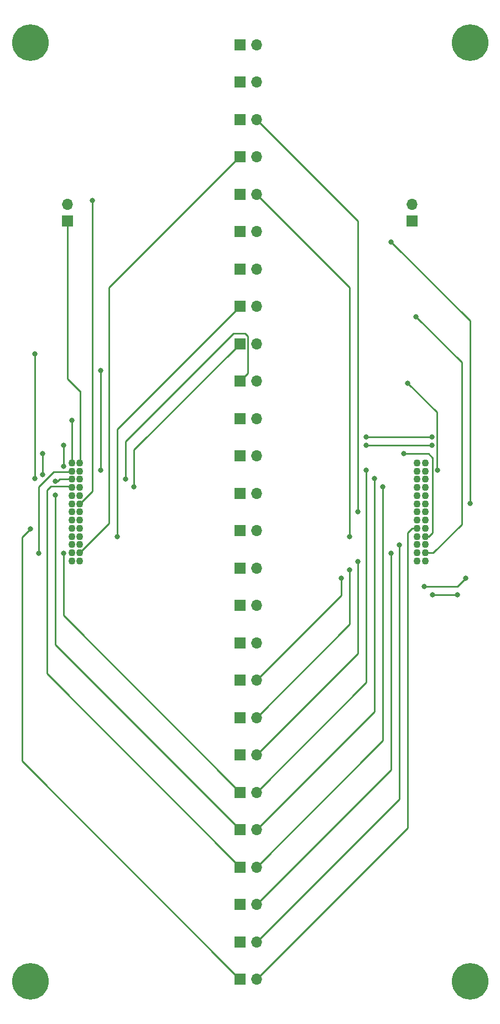
<source format=gbr>
%TF.GenerationSoftware,KiCad,Pcbnew,(6.0.4-0)*%
%TF.CreationDate,2023-02-13T20:03:00-06:00*%
%TF.ProjectId,Gecko_Poker,4765636b-6f5f-4506-9f6b-65722e6b6963,rev?*%
%TF.SameCoordinates,Original*%
%TF.FileFunction,Copper,L2,Bot*%
%TF.FilePolarity,Positive*%
%FSLAX46Y46*%
G04 Gerber Fmt 4.6, Leading zero omitted, Abs format (unit mm)*
G04 Created by KiCad (PCBNEW (6.0.4-0)) date 2023-02-13 20:03:00*
%MOMM*%
%LPD*%
G01*
G04 APERTURE LIST*
%TA.AperFunction,ComponentPad*%
%ADD10R,1.700000X1.700000*%
%TD*%
%TA.AperFunction,ComponentPad*%
%ADD11O,1.700000X1.700000*%
%TD*%
%TA.AperFunction,ComponentPad*%
%ADD12C,1.100000*%
%TD*%
%TA.AperFunction,ConnectorPad*%
%ADD13C,5.600000*%
%TD*%
%TA.AperFunction,ComponentPad*%
%ADD14C,3.600000*%
%TD*%
%TA.AperFunction,ViaPad*%
%ADD15C,0.800000*%
%TD*%
%TA.AperFunction,Conductor*%
%ADD16C,0.250000*%
%TD*%
G04 APERTURE END LIST*
D10*
%TO.P,J20,1,Pin_1*%
%TO.N,CP_A*%
X77825000Y-67627500D03*
D11*
%TO.P,J20,2,Pin_2*%
%TO.N,CP_B*%
X80365000Y-67627500D03*
%TD*%
D10*
%TO.P,J11,1,Pin_1*%
%TO.N,CELL_11_A*%
X77825000Y-119062500D03*
D11*
%TO.P,J11,2,Pin_2*%
%TO.N,CELL_11_B*%
X80365000Y-119062500D03*
%TD*%
D10*
%TO.P,J15,1,Pin_1*%
%TO.N,CELL_15_A*%
X77825000Y-96202500D03*
D11*
%TO.P,J15,2,Pin_2*%
%TO.N,CELL_15_B*%
X80365000Y-96202500D03*
%TD*%
D12*
%TO.P,JB1,1,1*%
%TO.N,CP_B*%
X104922500Y-97275000D03*
%TO.P,JB1,2,2*%
%TO.N,CELL_6_B*%
X104922500Y-98525000D03*
%TO.P,JB1,3,3*%
%TO.N,CELL_5_B*%
X104922500Y-99775000D03*
%TO.P,JB1,4,4*%
%TO.N,CELL_4_B*%
X104922500Y-101025000D03*
%TO.P,JB1,5,5*%
%TO.N,CELL_16_B*%
X104922500Y-102275000D03*
%TO.P,JB1,6,6*%
%TO.N,CELL_15_B*%
X104922500Y-103525000D03*
%TO.P,JB1,7,7*%
%TO.N,ALERT3_B*%
X104922500Y-104775000D03*
%TO.P,JB1,8,8*%
%TO.N,CELL_14_B*%
X104922500Y-106025000D03*
%TO.P,JB1,9,9*%
%TO.N,CELL_1_B*%
X104922500Y-107275000D03*
%TO.P,JB1,10,10*%
%TO.N,ALERT1_B*%
X104922500Y-108525000D03*
%TO.P,JB1,11,11*%
%TO.N,CELL_2_B*%
X104922500Y-109775000D03*
%TO.P,JB1,12,12*%
%TO.N,CELL_3_B*%
X104922500Y-111025000D03*
%TO.P,JB1,13,13*%
%TO.N,CELL_7_B*%
X104922500Y-112275000D03*
%TO.P,JB1,14,14*%
%TO.N,VDD_B*%
X106172500Y-97275000D03*
%TO.P,JB1,15,15*%
%TO.N,SDA_B*%
X106172500Y-98525000D03*
%TO.P,JB1,16,16*%
%TO.N,CELL_17_B*%
X106172500Y-99775000D03*
%TO.P,JB1,17,17*%
%TO.N,CELL_18_B*%
X106172500Y-101025000D03*
%TO.P,JB1,18,18*%
%TO.N,CELL_13_B*%
X106172500Y-102275000D03*
%TO.P,JB1,19,19*%
%TO.N,GND_B*%
X106172500Y-103525000D03*
%TO.P,JB1,20,20*%
%TO.N,CELL_12_B*%
X106172500Y-104775000D03*
%TO.P,JB1,21,21*%
%TO.N,CELL_11_B*%
X106172500Y-106025000D03*
%TO.P,JB1,22,22*%
%TO.N,CELL_10_B*%
X106172500Y-107275000D03*
%TO.P,JB1,23,23*%
%TO.N,SCL_B*%
X106172500Y-108525000D03*
%TO.P,JB1,24,24*%
%TO.N,CELL_9_B*%
X106172500Y-109775000D03*
%TO.P,JB1,25,25*%
%TO.N,ALERT2_B*%
X106172500Y-111025000D03*
%TO.P,JB1,26,26*%
%TO.N,CELL_8_B*%
X106172500Y-112275000D03*
%TD*%
D10*
%TO.P,J2,1,Pin_1*%
%TO.N,CELL_2_A*%
X77845500Y-170497500D03*
D11*
%TO.P,J2,2,Pin_2*%
%TO.N,CELL_2_B*%
X80385500Y-170497500D03*
%TD*%
D13*
%TO.P,REF\u002A\u002A,1*%
%TO.N,N/C*%
X113030000Y-176530000D03*
D14*
X113030000Y-176530000D03*
%TD*%
D10*
%TO.P,J13,1,Pin_1*%
%TO.N,CELL_13_A*%
X77825000Y-107632500D03*
D11*
%TO.P,J13,2,Pin_2*%
%TO.N,CELL_13_B*%
X80365000Y-107632500D03*
%TD*%
D10*
%TO.P,J14,1,Pin_1*%
%TO.N,CELL_14_A*%
X77825000Y-101917500D03*
D11*
%TO.P,J14,2,Pin_2*%
%TO.N,CELL_14_B*%
X80365000Y-101917500D03*
%TD*%
D10*
%TO.P,J23,1,Pin_1*%
%TO.N,ALERT2_A*%
X77825000Y-50482500D03*
D11*
%TO.P,J23,2,Pin_2*%
%TO.N,ALERT2_B*%
X80365000Y-50482500D03*
%TD*%
D10*
%TO.P,J18,1,Pin_1*%
%TO.N,CELL_18_A*%
X77825000Y-79057500D03*
D11*
%TO.P,J18,2,Pin_2*%
%TO.N,CELL_18_B*%
X80365000Y-79057500D03*
%TD*%
D10*
%TO.P,J22,1,Pin_1*%
%TO.N,ALERT1_A*%
X77825000Y-56197500D03*
D11*
%TO.P,J22,2,Pin_2*%
%TO.N,ALERT1_B*%
X80365000Y-56197500D03*
%TD*%
D14*
%TO.P,REF\u002A\u002A,1*%
%TO.N,N/C*%
X45720000Y-33020000D03*
D13*
X45720000Y-33020000D03*
%TD*%
D10*
%TO.P,J24,1,Pin_1*%
%TO.N,ALERT3_A*%
X77825000Y-44767500D03*
D11*
%TO.P,J24,2,Pin_2*%
%TO.N,ALERT3_B*%
X80365000Y-44767500D03*
%TD*%
D10*
%TO.P,J8,1,Pin_1*%
%TO.N,CELL_8_A*%
X77825000Y-136207500D03*
D11*
%TO.P,J8,2,Pin_2*%
%TO.N,CELL_8_B*%
X80365000Y-136207500D03*
%TD*%
D10*
%TO.P,J3,1,Pin_1*%
%TO.N,CELL_3_A*%
X77845500Y-164782500D03*
D11*
%TO.P,J3,2,Pin_2*%
%TO.N,CELL_3_B*%
X80385500Y-164782500D03*
%TD*%
D10*
%TO.P,J1,1,Pin_1*%
%TO.N,CELL_1_A*%
X77845500Y-176212500D03*
D11*
%TO.P,J1,2,Pin_2*%
%TO.N,CELL_1_B*%
X80385500Y-176212500D03*
%TD*%
D10*
%TO.P,J16,1,Pin_1*%
%TO.N,CELL_16_A*%
X77825000Y-90487500D03*
D11*
%TO.P,J16,2,Pin_2*%
%TO.N,CELL_16_B*%
X80365000Y-90487500D03*
%TD*%
D10*
%TO.P,J19,1,Pin_1*%
%TO.N,SCL_A*%
X77825000Y-73342500D03*
D11*
%TO.P,J19,2,Pin_2*%
%TO.N,SCL_B*%
X80365000Y-73342500D03*
%TD*%
D10*
%TO.P,J25,1,Pin_1*%
%TO.N,GND_A*%
X77825000Y-39052500D03*
D11*
%TO.P,J25,2,Pin_2*%
%TO.N,GND_B*%
X80365000Y-39052500D03*
%TD*%
D10*
%TO.P,J9,1,Pin_1*%
%TO.N,CELL_9_A*%
X77825000Y-130492500D03*
D11*
%TO.P,J9,2,Pin_2*%
%TO.N,CELL_9_B*%
X80365000Y-130492500D03*
%TD*%
D10*
%TO.P,J27,1,Pin_1*%
%TO.N,VDD_A*%
X51435000Y-60325000D03*
D11*
%TO.P,J27,2,Pin_2*%
%TO.N,Net-(J27-Pad2)*%
X51435000Y-57785000D03*
%TD*%
D10*
%TO.P,J6,1,Pin_1*%
%TO.N,CELL_6_A*%
X77825000Y-147637500D03*
D11*
%TO.P,J6,2,Pin_2*%
%TO.N,CELL_6_B*%
X80365000Y-147637500D03*
%TD*%
D10*
%TO.P,J28,1,Pin_1*%
%TO.N,VDD_B*%
X104140000Y-60325000D03*
D11*
%TO.P,J28,2,Pin_2*%
%TO.N,Net-(J28-Pad2)*%
X104140000Y-57785000D03*
%TD*%
D12*
%TO.P,JA1,1,1*%
%TO.N,CP_A*%
X52070000Y-97275000D03*
%TO.P,JA1,2,2*%
%TO.N,CELL_6_A*%
X52070000Y-98525000D03*
%TO.P,JA1,3,3*%
%TO.N,CELL_5_A*%
X52070000Y-99775000D03*
%TO.P,JA1,4,4*%
%TO.N,CELL_4_A*%
X52070000Y-101025000D03*
%TO.P,JA1,5,5*%
%TO.N,CELL_16_A*%
X52070000Y-102275000D03*
%TO.P,JA1,6,6*%
%TO.N,CELL_15_A*%
X52070000Y-103525000D03*
%TO.P,JA1,7,7*%
%TO.N,ALERT3_A*%
X52070000Y-104775000D03*
%TO.P,JA1,8,8*%
%TO.N,CELL_14_A*%
X52070000Y-106025000D03*
%TO.P,JA1,9,9*%
%TO.N,CELL_1_A*%
X52070000Y-107275000D03*
%TO.P,JA1,10,10*%
%TO.N,ALERT1_A*%
X52070000Y-108525000D03*
%TO.P,JA1,11,11*%
%TO.N,CELL_2_A*%
X52070000Y-109775000D03*
%TO.P,JA1,12,12*%
%TO.N,CELL_3_A*%
X52070000Y-111025000D03*
%TO.P,JA1,13,13*%
%TO.N,CELL_7_A*%
X52070000Y-112275000D03*
%TO.P,JA1,14,14*%
%TO.N,VDD_A*%
X53320000Y-97275000D03*
%TO.P,JA1,15,15*%
%TO.N,SDA_A*%
X53320000Y-98525000D03*
%TO.P,JA1,16,16*%
%TO.N,CELL_17_A*%
X53320000Y-99775000D03*
%TO.P,JA1,17,17*%
%TO.N,CELL_18_A*%
X53320000Y-101025000D03*
%TO.P,JA1,18,18*%
%TO.N,CELL_13_A*%
X53320000Y-102275000D03*
%TO.P,JA1,19,19*%
%TO.N,GND_A*%
X53320000Y-103525000D03*
%TO.P,JA1,20,20*%
%TO.N,CELL_12_A*%
X53320000Y-104775000D03*
%TO.P,JA1,21,21*%
%TO.N,CELL_11_A*%
X53320000Y-106025000D03*
%TO.P,JA1,22,22*%
%TO.N,CELL_10_A*%
X53320000Y-107275000D03*
%TO.P,JA1,23,23*%
%TO.N,SCL_A*%
X53320000Y-108525000D03*
%TO.P,JA1,24,24*%
%TO.N,CELL_9_A*%
X53320000Y-109775000D03*
%TO.P,JA1,25,25*%
%TO.N,ALERT2_A*%
X53320000Y-111025000D03*
%TO.P,JA1,26,26*%
%TO.N,CELL_8_A*%
X53320000Y-112275000D03*
%TD*%
D10*
%TO.P,J4,1,Pin_1*%
%TO.N,CELL_4_A*%
X77825000Y-159067500D03*
D11*
%TO.P,J4,2,Pin_2*%
%TO.N,CELL_4_B*%
X80365000Y-159067500D03*
%TD*%
D10*
%TO.P,J26,1,Pin_1*%
%TO.N,VDD_A*%
X77825000Y-33337500D03*
D11*
%TO.P,J26,2,Pin_2*%
%TO.N,VDD_B*%
X80365000Y-33337500D03*
%TD*%
D13*
%TO.P,REF\u002A\u002A,1*%
%TO.N,N/C*%
X45720000Y-176530000D03*
D14*
X45720000Y-176530000D03*
%TD*%
%TO.P,REF\u002A\u002A,1*%
%TO.N,N/C*%
X113030000Y-33020000D03*
D13*
X113030000Y-33020000D03*
%TD*%
D10*
%TO.P,J7,1,Pin_1*%
%TO.N,CELL_7_A*%
X77825000Y-141922500D03*
D11*
%TO.P,J7,2,Pin_2*%
%TO.N,CELL_7_B*%
X80365000Y-141922500D03*
%TD*%
D10*
%TO.P,J5,1,Pin_1*%
%TO.N,CELL_5_A*%
X77825000Y-153352500D03*
D11*
%TO.P,J5,2,Pin_2*%
%TO.N,CELL_5_B*%
X80365000Y-153352500D03*
%TD*%
D10*
%TO.P,J12,1,Pin_1*%
%TO.N,CELL_12_A*%
X77825000Y-113347500D03*
D11*
%TO.P,J12,2,Pin_2*%
%TO.N,CELL_12_B*%
X80365000Y-113347500D03*
%TD*%
D10*
%TO.P,J17,1,Pin_1*%
%TO.N,CELL_17_A*%
X77825000Y-84772500D03*
D11*
%TO.P,J17,2,Pin_2*%
%TO.N,CELL_17_B*%
X80365000Y-84772500D03*
%TD*%
D10*
%TO.P,J21,1,Pin_1*%
%TO.N,SDA_A*%
X77825000Y-61912500D03*
D11*
%TO.P,J21,2,Pin_2*%
%TO.N,SDA_B*%
X80365000Y-61912500D03*
%TD*%
D10*
%TO.P,J10,1,Pin_1*%
%TO.N,CELL_10_A*%
X77825000Y-124777500D03*
D11*
%TO.P,J10,2,Pin_2*%
%TO.N,CELL_10_B*%
X80365000Y-124777500D03*
%TD*%
D15*
%TO.N,CP_A*%
X52070000Y-90805000D03*
%TO.N,CELL_6_A*%
X50800000Y-111125000D03*
X46990000Y-111125000D03*
%TO.N,CELL_5_A*%
X49530000Y-100101489D03*
X49530000Y-102235000D03*
%TO.N,CELL_16_A*%
X50800000Y-94615000D03*
X50800000Y-97790000D03*
%TO.N,CELL_15_A*%
X47625000Y-95885000D03*
X47625000Y-99060000D03*
%TO.N,ALERT3_A*%
X46444500Y-99695000D03*
X46444500Y-80645000D03*
%TO.N,CELL_1_A*%
X45720000Y-107404500D03*
%TO.N,VDD_A*%
X51435000Y-60325000D03*
%TO.N,SDA_A*%
X56515000Y-83185000D03*
X56515000Y-98425000D03*
%TO.N,CELL_17_A*%
X60325000Y-99784500D03*
%TO.N,CELL_18_A*%
X61595000Y-100965000D03*
%TO.N,GND_A*%
X55245000Y-57150000D03*
%TO.N,SCL_A*%
X59055000Y-108585000D03*
%TO.N,CELL_6_B*%
X97155000Y-98425000D03*
%TO.N,CELL_5_B*%
X98425000Y-99695000D03*
%TO.N,CELL_4_B*%
X99695000Y-100965000D03*
%TO.N,ALERT3_B*%
X95885000Y-104775000D03*
%TO.N,ALERT1_B*%
X94615000Y-108585000D03*
%TO.N,CELL_2_B*%
X102235000Y-109855000D03*
%TO.N,CELL_3_B*%
X100965000Y-111125000D03*
%TO.N,CELL_7_B*%
X95885000Y-112395000D03*
%TO.N,SDA_B*%
X103505000Y-85090000D03*
X108039500Y-98425000D03*
%TO.N,CELL_17_B*%
X97155000Y-94615000D03*
X107225500Y-94615000D03*
%TO.N,CELL_18_B*%
X107225500Y-93345000D03*
X97155000Y-93345000D03*
%TO.N,CELL_13_B*%
X112395000Y-114935000D03*
X106045000Y-116205000D03*
%TO.N,GND_B*%
X100965000Y-63500000D03*
X113030000Y-103505000D03*
%TO.N,CELL_12_B*%
X111125000Y-117475000D03*
X107315000Y-117475000D03*
%TO.N,SCL_B*%
X102870000Y-95885000D03*
%TO.N,CELL_9_B*%
X93345000Y-114935000D03*
%TO.N,ALERT2_B*%
X104775000Y-74930000D03*
%TO.N,CELL_8_B*%
X94615000Y-113665000D03*
%TD*%
D16*
%TO.N,GND_B*%
X100965000Y-63500000D02*
X113030000Y-75565000D01*
X113030000Y-75565000D02*
X113030000Y-103505000D01*
%TO.N,CP_A*%
X52070000Y-90805000D02*
X52070000Y-97275000D01*
%TO.N,CELL_6_A*%
X46990000Y-100965000D02*
X49344531Y-98610469D01*
X46990000Y-111125000D02*
X46990000Y-100965000D01*
X49344531Y-98610469D02*
X51984531Y-98610469D01*
X50800000Y-120612500D02*
X77825000Y-147637500D01*
X51984531Y-98610469D02*
X52070000Y-98525000D01*
X50800000Y-111125000D02*
X50800000Y-120612500D01*
%TO.N,CELL_5_A*%
X49530000Y-102235000D02*
X49530000Y-125057500D01*
X49530000Y-125057500D02*
X77825000Y-153352500D01*
X49918511Y-100101489D02*
X49530000Y-100101489D01*
X50245000Y-99775000D02*
X52070000Y-99775000D01*
X50245000Y-99775000D02*
X49918511Y-100101489D01*
%TO.N,CELL_4_A*%
X48260000Y-129502500D02*
X48260000Y-101414520D01*
X48848531Y-100825989D02*
X51870989Y-100825989D01*
X77825000Y-159067500D02*
X48260000Y-129502500D01*
X48260000Y-101414520D02*
X48848531Y-100825989D01*
X51870989Y-100825989D02*
X52070000Y-101025000D01*
%TO.N,CELL_16_A*%
X50800000Y-97790000D02*
X50800000Y-94615000D01*
%TO.N,CELL_15_A*%
X47625000Y-99060000D02*
X47625000Y-95885000D01*
%TO.N,ALERT3_A*%
X46444500Y-99695000D02*
X46444500Y-80645000D01*
%TO.N,CELL_1_A*%
X44450000Y-142875000D02*
X77787500Y-176212500D01*
X44450000Y-108674500D02*
X44450000Y-142875000D01*
X45720000Y-107404500D02*
X44450000Y-108674500D01*
X77787500Y-176212500D02*
X77845500Y-176212500D01*
%TO.N,VDD_A*%
X53320000Y-97275000D02*
X53340000Y-97255000D01*
X53340000Y-86360000D02*
X51435000Y-84455000D01*
X53340000Y-97255000D02*
X53340000Y-86360000D01*
X53340000Y-86360000D02*
X53340000Y-86270500D01*
X51435000Y-84455000D02*
X51435000Y-60325000D01*
%TO.N,SDA_A*%
X56515000Y-98425000D02*
X56515000Y-83185000D01*
%TO.N,CELL_17_A*%
X76835000Y-77470000D02*
X60325000Y-93980000D01*
X78999511Y-77882989D02*
X78586522Y-77470000D01*
X60325000Y-93980000D02*
X60325000Y-99784500D01*
X78586522Y-77470000D02*
X76835000Y-77470000D01*
X77825000Y-84772500D02*
X78999511Y-83597989D01*
X78999511Y-83597989D02*
X78999511Y-77882989D01*
%TO.N,CELL_18_A*%
X61595000Y-100965000D02*
X61595000Y-95287500D01*
X61595000Y-95287500D02*
X77825000Y-79057500D01*
%TO.N,GND_A*%
X55245000Y-57150000D02*
X55245000Y-101600000D01*
X55245000Y-101600000D02*
X53320000Y-103525000D01*
%TO.N,SCL_A*%
X59055000Y-108585000D02*
X59055000Y-92112500D01*
X59055000Y-92112500D02*
X77825000Y-73342500D01*
%TO.N,ALERT2_A*%
X57785000Y-70485000D02*
X77787500Y-50482500D01*
X57785000Y-70485000D02*
X57785000Y-106560000D01*
X77787500Y-50482500D02*
X77825000Y-50482500D01*
X57785000Y-106560000D02*
X53320000Y-111025000D01*
%TO.N,CELL_6_B*%
X97155000Y-98425000D02*
X97155000Y-130847500D01*
X97155000Y-130847500D02*
X80365000Y-147637500D01*
%TO.N,CELL_5_B*%
X98425000Y-135292500D02*
X80365000Y-153352500D01*
X98425000Y-99695000D02*
X98425000Y-135292500D01*
%TO.N,CELL_4_B*%
X99695000Y-139700000D02*
X98425000Y-140970000D01*
X98425000Y-140970000D02*
X98425000Y-141007500D01*
X98425000Y-141007500D02*
X80365000Y-159067500D01*
X99695000Y-100965000D02*
X99695000Y-139700000D01*
%TO.N,ALERT3_B*%
X95885000Y-104775000D02*
X95885000Y-60287500D01*
X95885000Y-60287500D02*
X80365000Y-44767500D01*
%TO.N,CELL_1_B*%
X103505000Y-107950000D02*
X103505000Y-153093000D01*
X104922500Y-107275000D02*
X104180000Y-107275000D01*
X104180000Y-107275000D02*
X103505000Y-107950000D01*
X103505000Y-153093000D02*
X80385500Y-176212500D01*
%TO.N,ALERT1_B*%
X94615000Y-108585000D02*
X94615000Y-70447500D01*
X94615000Y-70447500D02*
X80365000Y-56197500D01*
%TO.N,CELL_2_B*%
X102235000Y-109855000D02*
X102235000Y-148648000D01*
X102235000Y-148648000D02*
X80385500Y-170497500D01*
%TO.N,CELL_3_B*%
X100965000Y-144203000D02*
X80385500Y-164782500D01*
X100965000Y-111125000D02*
X100965000Y-144203000D01*
%TO.N,CELL_7_B*%
X95885000Y-126402500D02*
X80365000Y-141922500D01*
X95885000Y-112395000D02*
X95885000Y-126402500D01*
%TO.N,SDA_B*%
X107950000Y-98425000D02*
X108039500Y-98425000D01*
X103505000Y-85090000D02*
X107950000Y-89535000D01*
X107950000Y-89535000D02*
X107950000Y-98425000D01*
%TO.N,CELL_17_B*%
X107225500Y-94615000D02*
X97155000Y-94615000D01*
%TO.N,CELL_18_B*%
X107225500Y-93345000D02*
X97155000Y-93345000D01*
%TO.N,CELL_13_B*%
X111125000Y-116205000D02*
X106045000Y-116205000D01*
X112395000Y-114935000D02*
X111125000Y-116205000D01*
%TO.N,CELL_12_B*%
X111125000Y-117475000D02*
X107315000Y-117475000D01*
%TO.N,SCL_B*%
X107315000Y-107950000D02*
X106740000Y-108525000D01*
X106680000Y-95885000D02*
X107315000Y-96520000D01*
X102870000Y-95885000D02*
X106680000Y-95885000D01*
X106740000Y-108525000D02*
X106172500Y-108525000D01*
X107315000Y-96520000D02*
X107315000Y-107950000D01*
%TO.N,CELL_9_B*%
X93345000Y-114935000D02*
X93345000Y-117512500D01*
X93345000Y-117512500D02*
X80365000Y-130492500D01*
%TO.N,ALERT2_B*%
X111760000Y-81915000D02*
X111760000Y-106680000D01*
X107415000Y-111025000D02*
X106172500Y-111025000D01*
X104775000Y-74930000D02*
X111760000Y-81915000D01*
X111760000Y-106680000D02*
X107415000Y-111025000D01*
%TO.N,CELL_8_B*%
X94615000Y-113665000D02*
X94615000Y-121957500D01*
X94615000Y-121957500D02*
X80365000Y-136207500D01*
%TD*%
M02*

</source>
